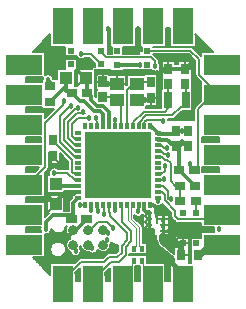
<source format=gtl>
G04 DipTrace 2.4.0.2*
%INSTM32small.gtl*%
%MOMM*%
%ADD10C,0.25*%
%ADD13C,0.203*%
%ADD14C,0.114*%
%ADD15C,0.305*%
%ADD16C,0.3*%
%ADD17C,0.508*%
%ADD19C,0.127*%
%ADD20R,0.57X0.56*%
%ADD21R,0.56X0.57*%
%ADD22R,0.7X0.9*%
%ADD24R,0.6X0.25*%
%ADD25R,1.1X1.0*%
%ADD26R,0.9X0.7*%
%ADD27R,1.0X1.1*%
%ADD28R,1.6X1.7*%
%ADD30R,2.0X1.7*%
%ADD32R,2.032X1.7*%
%ADD33R,1.7X1.6*%
%ADD34R,1.7X2.032*%
%ADD35R,1.7X2.0*%
%ADD36R,0.9X0.75*%
%ADD37R,0.75X0.9*%
%ADD39R,0.4X0.5*%
%ADD45R,0.3X0.55*%
%ADD46R,0.55X0.3*%
%ADD47R,5.6X5.6*%
%ADD48C,0.711*%
%ADD52R,1.2X1.1*%
%ADD53R,0.7X1.4*%
%ADD54C,0.457*%
%FSLAX53Y53*%
G04*
G71*
G90*
G75*
G01*
%LNTop*%
%LPD*%
X21850Y21272D2*
D13*
X22174D1*
X22486Y20960D1*
X22676D1*
X22947Y20689D1*
Y19165D1*
X23313Y18800D1*
X23714D1*
Y17582D1*
X23774Y17522D1*
X15100Y19772D2*
X14827D1*
X14590Y20008D1*
Y20978D1*
X13475Y22094D1*
X12963Y22650D1*
X25074Y17522D2*
Y16513D1*
X25117Y16470D1*
X19225Y17147D2*
D14*
X19335D1*
Y15897D1*
X20039Y15194D1*
Y13671D1*
X19828Y13460D1*
X19725Y17147D2*
X19598D1*
Y16001D1*
X20300Y15299D1*
Y13688D1*
X20528Y13460D1*
X20060Y26041D2*
D15*
X20764D1*
X21035D1*
X21247Y26253D1*
X18360Y27441D2*
X17643D1*
X17343D1*
X17177Y27607D1*
X22756Y28681D2*
X24160D1*
Y28693D1*
X18434Y29063D2*
X20298D1*
X20345Y29015D1*
X15859Y26694D2*
Y27854D1*
X15773Y27940D1*
X17725Y23897D2*
D16*
Y25048D1*
D15*
X17250Y25523D1*
X16685D1*
X16179Y26029D1*
Y26374D1*
X15859Y26694D1*
X21850Y22772D2*
D16*
Y22712D1*
X22244D1*
D15*
X22657D1*
X23131Y22238D1*
X23566D1*
X23366Y22037D1*
Y22128D1*
X23736D1*
X23945Y22337D1*
X24412D1*
Y22133D1*
X17643Y27461D2*
Y27441D1*
X20764Y26077D2*
Y26041D1*
X21358Y14259D2*
Y14785D1*
D10*
X21130Y15013D1*
Y15513D1*
Y16013D1*
Y16513D1*
X20725Y17147D2*
D16*
Y16738D1*
D15*
X20895Y16568D1*
X21075D1*
D10*
X21130Y16513D1*
X23978Y11278D2*
D15*
Y11377D1*
X21096Y14259D1*
X21358D1*
X15100Y18272D2*
D16*
X14036D1*
D15*
X13231Y17466D1*
Y17277D1*
X12963Y21350D2*
X12701Y21613D1*
Y20233D1*
X12369Y19901D1*
Y18139D1*
X13231Y17277D1*
X23900Y22468D2*
X23945Y22337D1*
X14682Y15063D2*
X14915D1*
X15832Y15980D1*
X13231Y17483D2*
X13114Y17599D1*
X12513D1*
X25014Y18800D2*
Y18805D1*
X23661Y20158D1*
Y22229D1*
X23900Y22468D1*
X24160Y28693D2*
X24308D1*
X24617Y29002D1*
X22756Y28681D2*
X22329D1*
X22287Y28640D1*
X18482Y18994D2*
Y20515D1*
X18475Y20522D1*
X15773Y27940D2*
X15652D1*
X15077Y28515D1*
X14682Y15063D2*
Y14905D1*
X14219Y14442D1*
X20984Y30223D2*
D13*
X21236D1*
Y30247D1*
X24622D1*
X25353Y29516D1*
Y28209D1*
X27044Y26518D1*
X26518D1*
X18225Y23897D2*
Y24356D1*
X18245Y24375D1*
X24961Y20158D2*
Y20242D1*
X24589Y20613D1*
X26518Y26518D2*
X25269Y25269D1*
Y20467D1*
X24961Y20158D1*
X18062Y15221D2*
X17576Y15707D1*
X16799D1*
X16228Y15136D1*
X15878D1*
X15952Y15063D1*
X20225Y23897D2*
Y24154D1*
X20826Y24754D1*
X23091D1*
X23780Y25443D1*
X24217D1*
Y26043D1*
Y27335D1*
X24160Y27393D1*
X19725Y23897D2*
Y24160D1*
X20654Y25088D1*
X22434D1*
X22707Y25361D1*
Y25944D1*
X22717Y25954D1*
Y26043D1*
Y27342D1*
X22756Y27381D1*
X16725Y23897D2*
Y24216D1*
X16600Y24341D1*
Y24580D1*
X15100Y22772D2*
X14838D1*
X14593Y23016D1*
Y23999D1*
X15116Y24522D1*
X16009D1*
Y24579D1*
X15100Y22272D2*
X14843D1*
X14260Y22855D1*
Y24179D1*
X15003Y24923D1*
X15656D1*
X15550Y25029D1*
X15100Y21772D2*
X14848D1*
X13921Y22699D1*
Y24358D1*
X14944Y25382D1*
X15081D1*
X15100Y21272D2*
X14830D1*
X13587Y22515D1*
Y24734D1*
X14422Y25569D1*
X14469D1*
X17725Y17147D2*
X17760D1*
Y16561D1*
X17789Y16532D1*
Y16261D1*
X19241Y14809D1*
Y14193D1*
X18785Y13711D1*
Y13134D1*
X18432Y12782D1*
X17762D1*
X17310Y12330D1*
X15337D1*
X14285Y11278D1*
X13818D1*
X18898D2*
D14*
X19693D1*
Y12325D1*
X19828Y12460D1*
X21438Y11278D2*
X20645D1*
Y12343D1*
X20528Y12460D1*
X21850Y18272D2*
D13*
X22194D1*
X22425Y18041D1*
Y17561D1*
X23316Y16670D1*
Y16219D1*
X23584Y15950D1*
X26329D1*
X26201Y15823D1*
X27053D1*
X26518Y16358D1*
X21850Y19272D2*
X22128D1*
X22190Y19334D1*
X22356D1*
X21850Y19772D2*
X22125D1*
X22441Y20088D1*
Y20498D1*
X22478D1*
X21850Y21772D2*
X22160D1*
X22411Y21521D1*
X22755D1*
Y21422D1*
X21850Y22272D2*
X22128D1*
X22406Y21993D1*
X22602D1*
X11278Y18898D2*
Y19355D1*
X12315Y20393D1*
Y24117D1*
X13853Y25655D1*
Y25992D1*
X13925D1*
X15100Y19272D2*
X14842D1*
X14205Y19909D1*
X13097D1*
X15725Y17147D2*
X15254Y17162D1*
X16225Y17147D2*
Y16721D1*
X16197D1*
X16725Y17147D2*
Y16649D1*
X16780D1*
X17225Y17147D2*
X17322D1*
Y16430D1*
X21247Y27553D2*
X20172D1*
X20060Y27441D1*
X19225Y23897D2*
Y24935D1*
X19211Y24950D1*
Y26884D1*
X19768Y27441D1*
X20060D1*
X17177Y26307D2*
X18094D1*
X18360Y26041D1*
X18725Y23897D2*
X18777D1*
Y25624D1*
X18360Y26041D1*
X21850Y17772D2*
Y17528D1*
X15952Y13793D2*
Y13491D1*
X16327D1*
Y13514D1*
X20225Y17147D2*
Y16656D1*
X20200Y16630D1*
X17222Y13793D2*
Y13859D1*
X17550Y14188D1*
X21850Y18772D2*
X22308D1*
X22757Y18323D1*
Y17698D1*
X22937D1*
X14682Y13793D2*
Y13497D1*
X14894Y13285D1*
X20725Y23897D2*
Y24181D1*
X20948Y24404D1*
X22184D1*
X22301Y24287D1*
X17050Y30232D2*
Y30106D1*
X17483Y29672D1*
X21280D1*
X21623Y29330D1*
Y28926D1*
X18725Y17147D2*
X18792D1*
Y15754D1*
X19607Y14940D1*
Y14100D1*
X19132Y13581D1*
Y12934D1*
X18553Y12355D1*
X17894D1*
X16358Y10819D1*
Y11278D1*
X18225Y17147D2*
X18226Y16745D1*
X15100Y18772D2*
D16*
X14673D1*
D15*
X13437D1*
X13231Y18977D1*
X21225Y23897D2*
X21537Y23585D1*
D16*
X21850Y23272D1*
Y23207D1*
X22356D1*
D15*
X23145D1*
X23366Y23428D1*
X24407D1*
X24412Y23433D1*
X15378Y29963D2*
D13*
X16159D1*
X17050Y29072D1*
X12741Y27283D2*
D15*
Y27611D1*
X12563Y27788D1*
X21225Y17147D2*
D16*
X21444D1*
D15*
X21850Y16740D1*
X22052D1*
D10*
X22280Y16513D1*
Y16013D1*
D15*
Y15790D1*
D10*
Y15513D1*
D15*
Y15290D1*
D10*
Y15013D1*
Y14735D1*
D15*
Y14637D1*
X22658Y14259D1*
X15100Y17772D2*
X14692Y17364D1*
Y16140D1*
X14532Y15980D1*
X17222Y15063D2*
Y15190D1*
X17229D1*
X17644Y14775D1*
X23957Y13920D2*
X22997D1*
X22658Y14259D1*
X14532Y15980D2*
X14500Y16289D1*
X12945D1*
X12411Y15755D1*
Y15179D1*
X12357Y15125D1*
X24412Y23433D2*
X23923D1*
X23900Y23456D1*
X23861Y12957D2*
D17*
Y13824D1*
D15*
X23957Y13920D1*
X22280Y15013D2*
D10*
X22733D1*
D15*
X23316D1*
X23488Y14840D1*
Y15367D1*
X17225Y23897D2*
D16*
Y24864D1*
D15*
X16998Y25091D1*
X16477D1*
X15572Y25997D1*
X15256D1*
X14559Y26694D1*
X14073Y27940D2*
Y26791D1*
X14655D1*
X14559Y26694D1*
X14073Y27940D2*
Y27215D1*
X12741Y25883D1*
X26518Y13818D2*
D17*
X26283D1*
X25422Y12957D1*
X25261D1*
D54*
X18062Y15221D3*
X13925Y25992D3*
X22301Y24287D3*
X20345Y29015D3*
X18245Y24375D3*
X16600Y24580D3*
X22602Y21993D3*
X22755Y21422D3*
X22478Y20498D3*
X22356Y19334D3*
X22937Y17698D3*
X17550Y14188D3*
X16327Y13514D3*
X15378Y29963D3*
X21623Y28926D3*
X17643Y27461D3*
X20764Y26077D3*
X12563Y27788D3*
X21850Y17528D3*
X15254Y17162D3*
X16197Y16721D3*
X16780Y16649D3*
X17322Y16430D3*
X14219Y14442D3*
X18226Y16745D3*
X17644Y14775D3*
X20200Y16630D3*
X13097Y19909D3*
X16009Y24579D3*
X15550Y25029D3*
X15081Y25382D3*
X14469Y25569D3*
X24589Y20613D3*
X23900Y22468D3*
Y23456D3*
X12513Y17599D3*
X14894Y13285D3*
X24617Y29002D3*
X22287Y28640D3*
X15077Y28515D3*
X12357Y15125D3*
X10885Y27824D3*
Y25256D3*
Y22688D3*
X10914Y20180D3*
X11062Y15073D3*
X27030Y15132D3*
X26942Y20150D3*
Y22688D3*
X23488Y15367D3*
Y14840D3*
X20158Y11143D3*
X17637Y11101D3*
X15137Y11080D3*
X22720Y11164D3*
X10985Y17627D3*
X25933Y30480D3*
X22690Y31924D3*
X20160Y32111D3*
X17629Y32055D3*
X12137Y30780D3*
X16555Y28529D2*
D19*
X21399D1*
X16555Y28405D2*
X21840D1*
X16555Y28282D2*
X21840D1*
X16541Y27045D2*
X16625D1*
X16541Y26921D2*
X16667D1*
X20893Y25561D2*
X21830D1*
X20893Y25437D2*
X21830D1*
X16544Y28651D2*
Y27219D1*
X16530D1*
Y26410D1*
X16605Y26350D1*
X16606Y26757D1*
X16615Y26820D1*
X16641Y26877D1*
X16685Y26926D1*
X16662Y26904D1*
X16712Y26946D1*
X16721Y26963D1*
X16680Y26992D1*
X16646Y27030D1*
X16622Y27075D1*
X16609Y27124D1*
X16606Y27208D1*
X16607Y28083D1*
X16619Y28132D1*
X16641Y28177D1*
X16674Y28216D1*
X16714Y28247D1*
X16760Y28268D1*
X16810Y28278D1*
X17527D1*
X17577Y28272D1*
X17625Y28255D1*
X17668Y28228D1*
X17685Y28212D1*
X19181D1*
Y27309D1*
X19239Y27369D1*
Y28212D1*
X20677D1*
X20676Y28224D1*
X21817D1*
X21816Y26882D1*
X21817Y26873D1*
Y25582D1*
X20881Y25580D1*
Y25411D1*
X21842D1*
X21854Y28539D1*
X21756Y28496D1*
X21694Y28482D1*
X21631Y28477D1*
X21567Y28480D1*
X21505Y28492D1*
X21445Y28513D1*
X21389Y28542D1*
X21332Y28582D1*
X20508D1*
Y28632D1*
X19822Y28634D1*
X18935Y28639D1*
Y28557D1*
X17933D1*
Y28646D1*
X17727Y28645D1*
X17550Y28646D1*
X17551Y28566D1*
X16549D1*
Y28651D1*
X21247Y26253D2*
Y25582D1*
Y26253D2*
X21817D1*
X17177Y28278D2*
Y27607D1*
X16606D2*
X17177D1*
X18360Y28212D2*
Y27441D1*
X19180D1*
X21615Y29806D2*
X24594D1*
X21738Y29682D2*
X24717D1*
X21863Y29558D2*
X24842D1*
X21941Y29435D2*
X24965D1*
X21959Y29311D2*
X22173D1*
X23340D2*
X23576D1*
X24743D2*
X25017D1*
X22000Y29187D2*
X22173D1*
X23340D2*
X23576D1*
X24743D2*
X25017D1*
X22064Y29064D2*
X22173D1*
X24743D2*
X25017D1*
X22084Y28940D2*
X22173D1*
X24743D2*
X25017D1*
X22076Y28816D2*
X22173D1*
X24743D2*
X25017D1*
X22090Y28693D2*
X22173D1*
X24743D2*
X25017D1*
X22090Y28569D2*
X22173D1*
X24743D2*
X25017D1*
X22090Y28445D2*
X22173D1*
X24743D2*
X25017D1*
X22090Y28322D2*
X22173D1*
X24743D2*
X25017D1*
X22090Y28198D2*
X22173D1*
X24743D2*
X25019D1*
X22090Y28074D2*
X22173D1*
X24743D2*
X25047D1*
X22090Y27951D2*
X22173D1*
X24743D2*
X25142D1*
X22090Y27827D2*
X22173D1*
X24743D2*
X25267D1*
X22090Y27703D2*
X22173D1*
X24743D2*
X25390D1*
X22090Y27580D2*
X22173D1*
X24743D2*
X25485D1*
X22090Y27456D2*
X22173D1*
X24743D2*
X25485D1*
X22090Y27332D2*
X22173D1*
X24743D2*
X25485D1*
X22090Y27209D2*
X22173D1*
X24743D2*
X25485D1*
X22090Y27085D2*
X22173D1*
X24743D2*
X25485D1*
X24800Y26961D2*
X25485D1*
X24800Y26838D2*
X25485D1*
X24800Y26714D2*
X25485D1*
X24800Y26590D2*
X25485D1*
X24800Y26467D2*
X25485D1*
X24800Y26343D2*
X25485D1*
X24800Y26219D2*
X25485D1*
X24800Y26096D2*
X25485D1*
X24800Y25972D2*
X25485D1*
X24800Y25848D2*
X25380D1*
X24800Y25725D2*
X25257D1*
X24800Y25601D2*
X25132D1*
X24800Y25477D2*
X25011D1*
X24800Y25354D2*
X24946D1*
X24800Y25230D2*
X24934D1*
X23911Y25106D2*
X24934D1*
X23788Y24983D2*
X24934D1*
X23665Y24859D2*
X24934D1*
X23540Y24735D2*
X24934D1*
X23417Y24612D2*
X24934D1*
X23286Y24488D2*
X24934D1*
X22756Y24364D2*
X24934D1*
X25497Y25953D2*
Y27589D1*
X25519D1*
X25334Y27772D1*
X25125Y27981D1*
X25085Y28030D1*
X25055Y28086D1*
X25036Y28147D1*
X25030Y28209D1*
Y29382D1*
X24489Y29923D1*
X21955Y29924D1*
X21485D1*
X21851Y29558D1*
X21891Y29509D1*
X21921Y29453D1*
X21939Y29392D1*
X21946Y29330D1*
Y29240D1*
X21985Y29192D1*
X22019Y29138D1*
X22045Y29081D1*
X22063Y29020D1*
X22073Y28926D1*
X22068Y28863D1*
X22059Y28822D1*
X22077Y28786D1*
X22078Y25409D1*
X22148Y25411D1*
X22146Y25821D1*
Y26964D1*
X22185D1*
X22187Y28052D1*
X22185Y28061D1*
Y29352D1*
X23327D1*
Y29120D1*
X23589Y29121D1*
Y29364D1*
X24731D1*
Y26962D1*
X24788Y26964D1*
Y25122D1*
X23914Y25121D1*
X23319Y24526D1*
X23270Y24486D1*
X23214Y24456D1*
X23153Y24437D1*
X23091Y24431D1*
X22728D1*
X22746Y24343D1*
X24945Y24341D1*
X24947Y24975D1*
Y25269D1*
X24953Y25333D1*
X24972Y25393D1*
X25001Y25449D1*
X25041Y25498D1*
X25497Y25954D1*
X24160Y29363D2*
Y28693D1*
X24730D1*
X22756Y29352D2*
Y28681D1*
X22185D2*
X22756D1*
X22210Y17242D2*
X22276D1*
X22047Y17118D2*
X22399D1*
X21609Y16995D2*
X22524D1*
X21609Y16871D2*
X22647D1*
X21664Y16747D2*
X22770D1*
X21664Y16624D2*
X22895D1*
X21676Y16500D2*
X22980D1*
X21690Y16376D2*
X22980D1*
X22813Y16253D2*
X22980D1*
X22813Y16129D2*
X22994D1*
X22813Y16005D2*
X23062D1*
X22813Y15882D2*
X23185D1*
X22813Y15758D2*
X23308D1*
X22813Y15634D2*
X23508D1*
X22813Y15511D2*
X25485D1*
X22813Y15387D2*
X25485D1*
X22813Y15263D2*
X26588D1*
X22813Y15140D2*
X26568D1*
X22813Y15016D2*
X26584D1*
X22813Y14892D2*
X26638D1*
X22813Y14769D2*
X25485D1*
X22039Y14645D2*
X25485D1*
X22041Y14521D2*
X25485D1*
X22041Y14398D2*
X23439D1*
X24476D2*
X25485D1*
X22041Y14274D2*
X23439D1*
X24476D2*
X24624D1*
X22053Y14150D2*
X23439D1*
X24476D2*
X24624D1*
X22097Y14027D2*
X23439D1*
X24476D2*
X24624D1*
X22218Y13903D2*
X23439D1*
X24476D2*
X24624D1*
X22371Y13779D2*
X23439D1*
X24476D2*
X24624D1*
X22524Y13656D2*
X23439D1*
X24476D2*
X24624D1*
X22676Y13532D2*
X23252D1*
X24476D2*
X24624D1*
X22827Y13408D2*
X23252D1*
X24468D2*
X24653D1*
X22980Y13285D2*
X23252D1*
X24468D2*
X24653D1*
X23133Y13161D2*
X23252D1*
X24468D2*
X24653D1*
X24468Y13037D2*
X24653D1*
X24468Y12914D2*
X24653D1*
X24468Y12790D2*
X24653D1*
X24468Y12666D2*
X24653D1*
X24468Y12543D2*
X24653D1*
X24468Y12419D2*
X24653D1*
X22029Y14545D2*
Y14182D1*
X22098Y13989D1*
X22922Y13322D1*
X23266Y13044D1*
X23265Y13628D1*
X23452D1*
X23451Y14421D1*
X24463D1*
Y13419D1*
X24456D1*
X24457Y12331D1*
X24516Y12299D1*
X24667D1*
X24665Y12604D1*
Y13443D1*
X24637Y13444D1*
Y14396D1*
X25497Y14398D1*
Y14889D1*
X26652D1*
X26627Y14933D1*
X26603Y14992D1*
X26588Y15054D1*
X26581Y15117D1*
X26583Y15180D1*
X26594Y15243D1*
X26609Y15286D1*
X25697Y15287D1*
X25497D1*
Y15626D1*
X24805Y15628D1*
X23584D1*
X23521Y15634D1*
X23461Y15653D1*
X23405Y15682D1*
X23356Y15722D1*
X23088Y15991D1*
X23048Y16040D1*
X23018Y16096D1*
X22999Y16157D1*
X22993Y16219D1*
Y16538D1*
X22236Y17294D1*
X22192Y17236D1*
X22148Y17191D1*
X22097Y17152D1*
X22042Y17121D1*
X21983Y17098D1*
X21921Y17084D1*
X21858Y17078D1*
X21795Y17082D1*
X21732Y17094D1*
X21672Y17115D1*
X21595Y17159D1*
X21596Y16858D1*
X21651D1*
Y16531D1*
X21664Y16499D1*
X21759Y15611D1*
Y16358D1*
X22801D1*
Y14667D1*
X22021D1*
X22029Y14609D1*
Y14545D1*
X21225Y17147D2*
X21596D1*
X23957Y14421D2*
Y13920D1*
X23451D2*
X24463D1*
X22280Y15013D2*
Y14667D1*
Y15013D2*
X22801D1*
X22280Y15513D2*
X22801D1*
X22280Y16358D2*
Y16013D1*
X21760D2*
X22801D1*
X23861Y12957D2*
X24457D1*
X17635Y32034D2*
X17814D1*
X19980D2*
X20354D1*
X22520D2*
X22894D1*
X17635Y31911D2*
X17814D1*
X19980D2*
X20354D1*
X22520D2*
X22894D1*
X17635Y31787D2*
X17814D1*
X19980D2*
X20354D1*
X22520D2*
X22894D1*
X17635Y31663D2*
X17814D1*
X19980D2*
X20354D1*
X22520D2*
X22894D1*
X17635Y31540D2*
X17814D1*
X19980D2*
X20354D1*
X22520D2*
X22894D1*
X12551Y31416D2*
X12734D1*
X17635D2*
X17814D1*
X19980D2*
X20354D1*
X22520D2*
X22894D1*
X25060D2*
X25236D1*
X12426Y31292D2*
X12734D1*
X17635D2*
X17814D1*
X19980D2*
X20354D1*
X22520D2*
X22894D1*
X25060D2*
X25361D1*
X12303Y31169D2*
X12734D1*
X17635D2*
X17814D1*
X19980D2*
X20354D1*
X22520D2*
X22894D1*
X25060D2*
X25486D1*
X12180Y31045D2*
X12734D1*
X17635D2*
X17814D1*
X19980D2*
X20354D1*
X22520D2*
X22894D1*
X25060D2*
X25609D1*
X12055Y30921D2*
X12734D1*
X17635D2*
X17814D1*
X19980D2*
X20354D1*
X22520D2*
X22894D1*
X25060D2*
X25734D1*
X11932Y30798D2*
X12734D1*
X17635D2*
X17814D1*
X19980D2*
X20354D1*
X22520D2*
X22894D1*
X25060D2*
X25857D1*
X11809Y30674D2*
X12734D1*
X17635D2*
X17814D1*
X19980D2*
X20354D1*
X22520D2*
X22894D1*
X25060D2*
X25982D1*
X11684Y30550D2*
X14012D1*
X17635D2*
X17945D1*
X18921D2*
X20471D1*
X24743D2*
X26107D1*
X11561Y30427D2*
X14012D1*
X17635D2*
X17945D1*
X18921D2*
X20471D1*
X24910D2*
X26230D1*
X11438Y30303D2*
X14012D1*
X17635D2*
X17945D1*
X18921D2*
X20471D1*
X25035D2*
X26355D1*
X11315Y30179D2*
X14012D1*
X17635D2*
X17945D1*
X18921D2*
X20281D1*
X25158D2*
X26478D1*
X12311Y30056D2*
X14012D1*
X17635D2*
X17945D1*
X18921D2*
X20279D1*
X25281D2*
X25486D1*
X12311Y29932D2*
X14012D1*
X25406D2*
X25486D1*
X12311Y29808D2*
X14012D1*
X12311Y29685D2*
X15014D1*
X12311Y29561D2*
X15165D1*
X15591D2*
X16092D1*
X12311Y29437D2*
X14012D1*
X14988D2*
X16217D1*
X12311Y29314D2*
X14012D1*
X14988D2*
X16340D1*
X12311Y29190D2*
X14012D1*
X14988D2*
X16463D1*
X12311Y29066D2*
X14012D1*
X14988D2*
X16536D1*
X12311Y28943D2*
X14012D1*
X14988D2*
X16536D1*
X12311Y28819D2*
X14012D1*
X14988D2*
X16266D1*
X12311Y28695D2*
X14012D1*
X14988D2*
X16264D1*
X12311Y28572D2*
X13290D1*
X14857D2*
X14990D1*
X12311Y28448D2*
X13290D1*
X14857D2*
X14990D1*
X12311Y28324D2*
X13290D1*
X14857D2*
X14990D1*
X12755Y28201D2*
X13290D1*
X14857D2*
X14990D1*
X12920Y28077D2*
X13290D1*
X14857D2*
X14990D1*
X10744Y27953D2*
X12133D1*
X12994D2*
X13290D1*
X14857D2*
X14990D1*
X10744Y27830D2*
X12057D1*
X14857D2*
X14990D1*
X10744Y27706D2*
X12057D1*
X14857D2*
X14990D1*
X14857Y27582D2*
X14990D1*
X14857Y27459D2*
X14990D1*
X14857Y27335D2*
X14990D1*
X10744Y25356D2*
X12057D1*
X10744Y25233D2*
X12962D1*
X10744Y25109D2*
X12839D1*
X12311Y24985D2*
X12714D1*
X12311Y24862D2*
X12591D1*
X12311Y24738D2*
X12468D1*
X10744Y22883D2*
X11980D1*
X25604D2*
X27051D1*
X10744Y22759D2*
X11980D1*
X25604D2*
X27051D1*
X10744Y22636D2*
X11980D1*
X25604D2*
X27051D1*
X10744Y22512D2*
X11980D1*
X25604D2*
X27051D1*
X13547Y21399D2*
X13700D1*
X13547Y21275D2*
X13825D1*
X13547Y21152D2*
X13948D1*
X13547Y21028D2*
X14071D1*
X13547Y20904D2*
X14196D1*
X13547Y20781D2*
X14256D1*
X12650Y20657D2*
X14256D1*
X12650Y20533D2*
X14256D1*
X12650Y20410D2*
X14256D1*
X10744Y20286D2*
X11740D1*
X12632D2*
X12839D1*
X13353D2*
X14256D1*
X25644D2*
X27051D1*
X10744Y20162D2*
X11617D1*
X12553D2*
X12714D1*
X25644D2*
X27051D1*
X10744Y20039D2*
X11494D1*
X12430D2*
X12655D1*
X25644D2*
X27051D1*
X12311Y19915D2*
X12635D1*
X12311Y19791D2*
X12651D1*
X12311Y19668D2*
X12498D1*
X12311Y19544D2*
X12498D1*
X12311Y19420D2*
X12498D1*
X12311Y19297D2*
X12498D1*
X12311Y19173D2*
X12498D1*
X12311Y19049D2*
X12498D1*
X12311Y18926D2*
X12498D1*
X12311Y18802D2*
X12498D1*
X12311Y18678D2*
X12498D1*
X12311Y18555D2*
X12498D1*
X12311Y18431D2*
X12498D1*
X12311Y18307D2*
X12498D1*
X13964D2*
X14591D1*
X12311Y18184D2*
X14591D1*
X12311Y18060D2*
X14591D1*
X12311Y17936D2*
X12498D1*
X13964D2*
X14591D1*
X10744Y17813D2*
X12498D1*
X13964D2*
X14591D1*
X10744Y17689D2*
X12498D1*
X13964D2*
X14476D1*
X10744Y17565D2*
X12498D1*
X13964D2*
X14365D1*
X10744Y17442D2*
X12498D1*
X13964D2*
X14315D1*
X12311Y17318D2*
X12498D1*
X13964D2*
X14306D1*
X12311Y17194D2*
X12498D1*
X13964D2*
X14306D1*
X12311Y17071D2*
X12498D1*
X13964D2*
X14306D1*
X12311Y16947D2*
X12498D1*
X13964D2*
X14306D1*
X12311Y16823D2*
X12498D1*
X13964D2*
X14306D1*
X12311Y16700D2*
X12498D1*
X13964D2*
X14306D1*
X12311Y16576D2*
X12498D1*
X12311Y16452D2*
X12567D1*
X12311Y16329D2*
X12444D1*
X19881Y16205D2*
X20044D1*
X20358D2*
X20596D1*
X19913Y16081D2*
X20596D1*
X20036Y15958D2*
X20596D1*
X20161Y15834D2*
X20596D1*
X20284Y15710D2*
X20596D1*
X20407Y15587D2*
X20596D1*
X20528Y15463D2*
X20596D1*
X10744Y15216D2*
X11904D1*
X10744Y15092D2*
X11897D1*
X20584D2*
X21513D1*
X10744Y14968D2*
X11924D1*
X12791D2*
X12926D1*
X13896D2*
X14061D1*
X20584D2*
X21527D1*
X12722Y14845D2*
X13099D1*
X13726D2*
X14095D1*
X20584D2*
X21541D1*
X12567Y14721D2*
X14161D1*
X20584D2*
X21553D1*
X12311Y14597D2*
X14268D1*
X20584D2*
X21570D1*
X12311Y14474D2*
X14381D1*
X20584D2*
X21614D1*
X12311Y14350D2*
X14381D1*
X20584D2*
X21658D1*
X12311Y14226D2*
X14236D1*
X20584D2*
X21701D1*
X12311Y14103D2*
X14139D1*
X20584D2*
X21745D1*
X12311Y13979D2*
X13042D1*
X13781D2*
X14085D1*
X20584D2*
X21787D1*
X12311Y13855D2*
X12897D1*
X13926D2*
X14060D1*
X17865D2*
X18129D1*
X20955D2*
X21832D1*
X12311Y13732D2*
X12809D1*
X17843D2*
X18451D1*
X20955D2*
X21953D1*
X12311Y13608D2*
X12758D1*
X15280D2*
X15353D1*
X17820D2*
X18451D1*
X20955D2*
X22106D1*
X12311Y13484D2*
X12732D1*
X15309D2*
X15407D1*
X17766D2*
X18451D1*
X20955D2*
X22259D1*
X12311Y13361D2*
X12730D1*
X14093D2*
X14234D1*
X15349D2*
X15504D1*
X17669D2*
X18451D1*
X20955D2*
X22412D1*
X12311Y13237D2*
X12752D1*
X14071D2*
X14411D1*
X15353D2*
X15681D1*
X16692D2*
X16951D1*
X17492D2*
X18419D1*
X20955D2*
X22563D1*
X12311Y13113D2*
X12799D1*
X14025D2*
X14466D1*
X15321D2*
X16109D1*
X16544D2*
X18296D1*
X20955D2*
X22715D1*
X12311Y12990D2*
X12879D1*
X13944D2*
X14542D1*
X15244D2*
X17502D1*
X19467D2*
X22868D1*
X12311Y12866D2*
X13010D1*
X13813D2*
X14720D1*
X15067D2*
X17377D1*
X20955D2*
X23021D1*
X11269Y12742D2*
X13365D1*
X13458D2*
X17254D1*
X20955D2*
X23174D1*
X11392Y12619D2*
X15181D1*
X20955D2*
X23253D1*
X11515Y12495D2*
X15034D1*
X20955D2*
X23253D1*
X11640Y12371D2*
X14911D1*
X20955D2*
X23253D1*
X11763Y12248D2*
X12734D1*
X22515D2*
X22894D1*
X11886Y12124D2*
X12734D1*
X22515D2*
X22894D1*
X12011Y12000D2*
X12734D1*
X22515D2*
X22894D1*
X12134Y11877D2*
X12734D1*
X19977D2*
X20362D1*
X22515D2*
X22894D1*
X12257Y11753D2*
X12734D1*
X19977D2*
X20362D1*
X22515D2*
X22894D1*
X12380Y11629D2*
X12734D1*
X15105D2*
X15274D1*
X17637D2*
X17822D1*
X19977D2*
X20362D1*
X22515D2*
X22894D1*
X12505Y11506D2*
X12734D1*
X14982D2*
X15274D1*
X17514D2*
X17822D1*
X19977D2*
X20362D1*
X22515D2*
X22894D1*
X12628Y11382D2*
X12734D1*
X14900D2*
X15274D1*
X17440D2*
X17822D1*
X19977D2*
X20362D1*
X22515D2*
X22894D1*
X14900Y11258D2*
X15274D1*
X17440D2*
X17822D1*
X19975D2*
X20362D1*
X22515D2*
X22894D1*
X14900Y11135D2*
X15274D1*
X17440D2*
X17822D1*
X19975D2*
X20362D1*
X22515D2*
X22894D1*
X14900Y11011D2*
X15274D1*
X17440D2*
X17822D1*
X19975D2*
X20362D1*
X22515D2*
X22894D1*
X14900Y10887D2*
X15274D1*
X17440D2*
X17822D1*
X19975D2*
X20362D1*
X22515D2*
X22894D1*
X14900Y10764D2*
X15274D1*
X17440D2*
X17822D1*
X19975D2*
X20362D1*
X22515D2*
X22894D1*
X11251Y30129D2*
X12299D1*
Y28151D1*
X12358Y28188D1*
X12416Y28213D1*
X12477Y28230D1*
X12540Y28237D1*
X12604Y28236D1*
X12666Y28226D1*
X12727Y28207D1*
X12784Y28180D1*
X12837Y28145D1*
X12885Y28103D1*
X12926Y28055D1*
X12960Y28001D1*
X12986Y27943D1*
X13003Y27880D1*
X13302Y27879D1*
Y28661D1*
X14026D1*
X14024Y29163D1*
Y29552D1*
X14975D1*
Y28591D1*
X14842D1*
X14844Y27327D1*
Y27266D1*
X15001Y27265D1*
X15002Y28311D1*
Y28661D1*
X16278D1*
Y28827D1*
X16309Y28881D1*
X16341Y28890D1*
X16550D1*
X16549Y29116D1*
X16026Y29639D1*
X15692Y29640D1*
X15626Y29587D1*
X15570Y29556D1*
X15511Y29533D1*
X15449Y29519D1*
X15386Y29513D1*
X15323Y29517D1*
X15260Y29529D1*
X15201Y29550D1*
X15144Y29579D1*
X15093Y29616D1*
X15047Y29660D1*
X15007Y29709D1*
X14975Y29760D1*
Y29751D1*
X14024D1*
Y30579D1*
X13746Y30577D1*
X12747D1*
Y31624D1*
X11252Y30130D1*
X12162Y27987D2*
X10732Y27985D1*
Y27590D1*
X11245Y27589D1*
X12069D1*
X12070Y27879D1*
X12123D1*
X12147Y27959D1*
X12161Y27986D1*
X12071Y25447D2*
X10732Y25445D1*
Y25050D1*
X11245Y25049D1*
X12299D1*
Y24559D1*
X13029Y25287D1*
X12070D1*
Y25448D1*
X11991Y22907D2*
X10732Y22905D1*
Y22510D1*
X11229Y22509D1*
X11993D1*
Y22907D1*
X25632Y20367D2*
Y19970D1*
X26513Y19969D1*
X27065Y19971D1*
Y20366D1*
X26551Y20367D1*
X25632D1*
X12573Y19748D2*
X12679D1*
X12654Y19830D1*
X12647Y19893D1*
X12650Y19957D1*
X12661Y20019D1*
X12681Y20079D1*
X12709Y20136D1*
X12745Y20189D1*
X12788Y20235D1*
X12837Y20276D1*
X12891Y20309D1*
X12949Y20334D1*
X13011Y20350D1*
X13074Y20358D1*
X13137Y20357D1*
X13200Y20346D1*
X13260Y20328D1*
X13318Y20300D1*
X13371Y20265D1*
X13411Y20230D1*
X13668Y20231D1*
X14209D1*
X14268Y20262D1*
Y20844D1*
X13534Y21577D1*
Y20679D1*
X12637D1*
X12638Y20393D1*
X12632Y20330D1*
X12613Y20269D1*
X12583Y20213D1*
X12543Y20165D1*
X12298Y19919D1*
X12299Y19397D1*
Y17827D1*
X10732Y17825D1*
Y17430D1*
X11245Y17429D1*
X12299D1*
Y16169D1*
X12634Y16506D1*
X12510D1*
Y18048D1*
X13952D1*
Y16662D1*
X14320D1*
X14319Y17220D1*
Y17364D1*
X14324Y17427D1*
X14340Y17488D1*
X14366Y17546D1*
X14408Y17606D1*
X14603Y17803D1*
X14606Y18143D1*
X14604Y18167D1*
Y18399D1*
X13952Y18398D1*
Y18206D1*
X12510D1*
Y19748D1*
X12573D1*
X14175Y15409D2*
X14080D1*
X14070Y15317D1*
X14035Y15196D1*
X13977Y15083D1*
X13899Y14983D1*
X13803Y14899D1*
X13694Y14835D1*
X13574Y14793D1*
X13449Y14774D1*
X13322Y14779D1*
X13199Y14808D1*
X13083Y14859D1*
X12979Y14932D1*
X12890Y15022D1*
X12820Y15128D1*
X12806Y15156D1*
X12802Y15062D1*
X12789Y15000D1*
X12767Y14940D1*
X12737Y14884D1*
X12699Y14833D1*
X12655Y14788D1*
X12604Y14750D1*
X12549Y14719D1*
X12490Y14696D1*
X12428Y14681D1*
X12365Y14676D1*
X12300Y14679D1*
X12299Y12747D1*
X11252D1*
X12746Y11252D1*
X12747Y12299D1*
X14850D1*
X15109Y12558D1*
X15158Y12598D1*
X15214Y12628D1*
X15275Y12646D1*
X15337Y12653D1*
X17177D1*
X17534Y13010D1*
X17583Y13050D1*
X17639Y13080D1*
X17699Y13098D1*
X17762Y13104D1*
X18300D1*
X18464Y13269D1*
X18463Y13706D1*
X18465Y13758D1*
X18340Y13774D1*
X18220Y13815D1*
X18109Y13877D1*
X18012Y13959D1*
X17964Y14014D1*
X17930Y13947D1*
X17892Y13896D1*
X17834Y13840D1*
Y13765D1*
X17829Y13705D1*
X17811Y13623D1*
X17788Y13557D1*
X17763Y13502D1*
X17717Y13432D1*
X17673Y13377D1*
X17631Y13335D1*
X17564Y13284D1*
X17504Y13248D1*
X17450Y13222D1*
X17369Y13197D1*
X17301Y13184D1*
X17241Y13179D1*
X17157Y13183D1*
X17088Y13194D1*
X17030Y13209D1*
X16952Y13242D1*
X16891Y13276D1*
X16842Y13310D1*
X16780Y13367D1*
X16758Y13388D1*
X16736Y13329D1*
X16706Y13273D1*
X16669Y13222D1*
X16624Y13177D1*
X16574Y13138D1*
X16518Y13107D1*
X16459Y13084D1*
X16397Y13070D1*
X16334Y13064D1*
X16271Y13068D1*
X16209Y13080D1*
X16149Y13101D1*
X16092Y13130D1*
X16039Y13168D1*
X15952Y13169D1*
X15885Y13176D1*
X15760Y13209D1*
X15682Y13242D1*
X15621Y13276D1*
X15572Y13310D1*
X15510Y13367D1*
X15464Y13420D1*
X15430Y13469D1*
X15391Y13544D1*
X15366Y13609D1*
X15350Y13671D1*
X15285Y13675D1*
X15252Y13565D1*
X15256Y13551D1*
X15290Y13498D1*
X15316Y13440D1*
X15333Y13379D1*
X15343Y13285D1*
X15339Y13222D1*
X15325Y13160D1*
X15304Y13100D1*
X15273Y13044D1*
X15236Y12993D1*
X15191Y12948D1*
X15141Y12910D1*
X15086Y12879D1*
X15026Y12856D1*
X14965Y12841D1*
X14901Y12836D1*
X14838Y12839D1*
X14776Y12851D1*
X14716Y12872D1*
X14660Y12901D1*
X14608Y12938D1*
X14562Y12982D1*
X14522Y13032D1*
X14490Y13086D1*
X14466Y13145D1*
X14449Y13224D1*
X14352Y13275D1*
X14267Y13340D1*
X14195Y13419D1*
X14137Y13509D1*
X14096Y13608D1*
X14073Y13712D1*
X14069Y13819D1*
X14082Y13925D1*
X14115Y14027D1*
X14140Y14083D1*
X14186Y14154D1*
X14230Y14208D1*
X14272Y14250D1*
X14339Y14301D1*
X14395Y14336D1*
X14394Y14522D1*
X14369Y14533D1*
X14282Y14596D1*
X14207Y14672D1*
X14146Y14761D1*
X14102Y14858D1*
X14075Y14962D1*
X14067Y15069D1*
X14077Y15175D1*
X14106Y15279D1*
X14152Y15375D1*
X14176Y15409D1*
X22920Y12299D2*
X23265D1*
Y12677D1*
X21904Y13781D1*
X21861Y13828D1*
X21835Y13880D1*
X21585Y14591D1*
X21574Y14642D1*
X21518Y15168D1*
X21461Y15167D1*
X20609D1*
Y16446D1*
X20580Y16390D1*
X20542Y16339D1*
X20498Y16293D1*
X20447Y16255D1*
X20392Y16224D1*
X20333Y16201D1*
X20271Y16187D1*
X20208Y16181D1*
X20144Y16184D1*
X20082Y16197D1*
X20022Y16218D1*
X19966Y16247D1*
X19914Y16283D1*
X19870Y16326D1*
X19869Y16113D1*
X20492Y15490D1*
X20531Y15441D1*
X20557Y15383D1*
X20570Y15324D1*
X20571Y14473D1*
Y13924D1*
X20942D1*
Y12996D1*
X20114Y12998D1*
X19988Y12996D1*
X19454D1*
X19455Y12930D1*
X19478Y12924D1*
X20242Y12922D1*
X20368Y12924D1*
X20942D1*
Y12291D1*
X21771Y12292D1*
X22502D1*
Y10730D1*
X22765Y10732D1*
X22906D1*
X22907Y12299D1*
X22920D1*
X25049Y31617D2*
Y30577D1*
X22907D1*
Y32145D1*
X22510D1*
X22509Y31631D1*
Y30577D1*
X21483D1*
X21490Y30569D1*
X24622D1*
X24685Y30563D1*
X24746Y30544D1*
X24802Y30515D1*
X24850Y30475D1*
X25497Y29829D1*
Y30129D1*
X26543D1*
X25048Y31616D1*
X20483Y30577D2*
X20367D1*
Y32145D1*
X19970Y32146D1*
X19969Y31631D1*
Y30577D1*
X18909Y30576D1*
Y29995D1*
X20291D1*
X20294Y30199D1*
X20325Y30252D1*
X20363Y30261D1*
X20484Y30250D1*
X20483Y30576D1*
X17959Y30577D2*
X17827D1*
Y32145D1*
X17622Y32146D1*
X17623Y29993D1*
X17957Y29995D1*
X17958Y30578D1*
X25590Y22509D2*
X27065Y22511D1*
Y22906D1*
X26551Y22907D1*
X25592D1*
Y22509D1*
X14889Y11428D2*
X14891Y10732D1*
X15286D1*
X15287Y11245D1*
Y11823D1*
X14888Y11424D1*
X14079Y13348D2*
X14055Y13224D1*
X14008Y13106D1*
X13940Y12999D1*
X13853Y12907D1*
X13750Y12833D1*
X13635Y12779D1*
X13512Y12749D1*
X13385Y12742D1*
X13260Y12758D1*
X13140Y12799D1*
X13029Y12861D1*
X12932Y12943D1*
X12852Y13041D1*
X12793Y13153D1*
X12755Y13274D1*
X12741Y13400D1*
X12751Y13527D1*
X12785Y13649D1*
X12840Y13763D1*
X12917Y13864D1*
X13011Y13949D1*
X13119Y14015D1*
X13238Y14059D1*
X13363Y14080D1*
X13490Y14078D1*
X13614Y14051D1*
X13731Y14001D1*
X13836Y13931D1*
X13926Y13842D1*
X13998Y13737D1*
X14049Y13621D1*
X14077Y13497D1*
X14082Y13412D1*
X14079Y13348D1*
X20374Y10731D2*
Y11997D1*
X20114Y11998D1*
X19988Y11996D1*
X19962D1*
X19963Y11436D1*
X19962Y10984D1*
Y10732D1*
X20374D1*
X20376Y11238D1*
X20374Y11469D1*
Y11998D1*
X17834Y10731D2*
Y11838D1*
X17428Y11432D1*
X17429Y10965D1*
X17431Y10732D1*
X17834D1*
X17836Y11238D1*
X11833Y20367D2*
X10732Y20365D1*
Y19970D1*
X11245Y19969D1*
X11438D1*
X11679Y20212D1*
X11834Y20368D1*
X10731Y14889D2*
X11974D1*
X11930Y14985D1*
X11915Y15047D1*
X11908Y15110D1*
X11910Y15173D1*
X11921Y15236D1*
X11938Y15286D1*
X10729Y15287D1*
X10732Y15158D1*
Y14890D1*
X11245Y14889D1*
Y14887D1*
X15002Y28661D2*
X15773Y27940D1*
X15002Y27219D1*
X12510Y18048D2*
X13231Y17277D1*
X13952Y18048D2*
X12510Y16507D1*
X22907Y12299D2*
X23978Y11278D1*
X12963Y21350D2*
X13534Y20680D1*
X14682Y15063D2*
X14248Y14629D1*
X15100Y18272D2*
X14605Y17901D1*
X21130Y16513D2*
X20610Y16167D1*
Y16358D2*
X21130Y16013D1*
X20610Y15667D1*
Y15858D2*
X21130Y15513D1*
X20610Y15167D1*
D20*
X25117Y16470D3*
X23957D3*
Y13920D3*
X25117D3*
D21*
X18434Y30223D3*
Y29063D3*
X20984D3*
Y30223D3*
X17050Y29072D3*
Y30232D3*
X14500D3*
Y29072D3*
D22*
X23366Y23428D3*
Y22128D3*
D24*
X22280Y15013D3*
Y15513D3*
Y16013D3*
Y16513D3*
X21130D3*
Y16013D3*
Y15513D3*
Y15013D3*
D22*
X24160Y27393D3*
Y28693D3*
X22756Y27381D3*
Y28681D3*
X24412Y23433D3*
Y22133D3*
X21247Y27553D3*
Y26253D3*
G36*
X23108Y14609D2*
Y13909D1*
X22208D1*
Y14609D1*
X23108D1*
G37*
G36*
X21808D2*
Y13909D1*
X20908D1*
Y14609D1*
X21808D1*
G37*
G36*
X16827Y26757D2*
X17527D1*
Y25857D1*
X16827D1*
Y26757D1*
G37*
G36*
Y28057D2*
X17527D1*
Y27157D1*
X16827D1*
Y28057D1*
G37*
G36*
X24511Y19808D2*
Y20508D1*
X25411D1*
Y19808D1*
X24511D1*
G37*
G36*
X23211D2*
Y20508D1*
X24111D1*
Y19808D1*
X23211D1*
G37*
D25*
X14073Y27940D3*
X15773D3*
D26*
X14559Y26694D3*
X15859D3*
G36*
X14982Y16330D2*
Y15630D1*
X14082D1*
Y16330D1*
X14982D1*
G37*
G36*
X16282D2*
Y15630D1*
X15382D1*
Y16330D1*
X16282D1*
G37*
D27*
X13231Y18977D3*
Y17277D3*
D28*
X11278Y21438D3*
D30*
X10008D3*
D28*
X11278Y29058D3*
Y26518D3*
Y23978D3*
D32*
X10008Y29058D3*
Y26518D3*
Y23978D3*
D33*
X23978Y31598D3*
X21438D3*
X18898D3*
X16358D3*
D34*
X23978Y32868D3*
X21438D3*
X18898D3*
X16358D3*
D28*
X26518Y16358D3*
Y18898D3*
Y21438D3*
Y23978D3*
D32*
X27788Y16358D3*
Y18898D3*
Y21438D3*
Y23978D3*
D28*
X26518Y29058D3*
D30*
X27788D3*
D33*
X23978Y11278D3*
D35*
Y10008D3*
D28*
X26518Y13818D3*
D30*
X27788D3*
D33*
X13818Y11278D3*
D35*
Y10008D3*
D28*
X11278Y13818D3*
Y16358D3*
Y18898D3*
D32*
X10008D3*
Y16358D3*
Y13818D3*
D33*
X13818Y31598D3*
D35*
Y32868D3*
D36*
X12741Y27283D3*
Y25883D3*
D37*
X25261Y12957D3*
X23861D3*
D26*
X23714Y18800D3*
X25014D3*
D22*
X12963Y22650D3*
Y21350D3*
D26*
X25074Y17522D3*
X23774D3*
D39*
X20528Y13460D3*
X19828D3*
Y12460D3*
X20528D3*
D28*
X26518Y26518D3*
D30*
X27788D3*
G36*
X16828Y13793D2*
X16834Y13724D1*
X16852Y13658D1*
X16881Y13596D1*
X16920Y13540D1*
X16969Y13491D1*
X17025Y13452D1*
X17087Y13423D1*
X17153Y13405D1*
X17222Y13399D1*
D1*
X17290Y13405D1*
X17356Y13423D1*
X17418Y13452D1*
X17475Y13491D1*
X17523Y13540D1*
X17563Y13596D1*
X17592Y13658D1*
X17609Y13724D1*
X17615Y13793D1*
D1*
X17609Y13861D1*
X17592Y13927D1*
X17563Y13989D1*
X17523Y14046D1*
X17475Y14094D1*
X17418Y14134D1*
X17356Y14163D1*
X17290Y14180D1*
X17222Y14186D1*
D1*
X17153Y14180D1*
X17087Y14163D1*
X17025Y14134D1*
X16969Y14094D1*
X16920Y14046D1*
X16881Y13989D1*
X16852Y13927D1*
X16834Y13861D1*
X16828Y13793D1*
G37*
G36*
X15558D2*
X15564Y13724D1*
X15582Y13658D1*
X15611Y13596D1*
X15650Y13540D1*
X15699Y13491D1*
X15755Y13452D1*
X15817Y13423D1*
X15883Y13405D1*
X15952Y13399D1*
D1*
X16020Y13405D1*
X16086Y13423D1*
X16148Y13452D1*
X16205Y13491D1*
X16253Y13540D1*
X16293Y13596D1*
X16322Y13658D1*
X16339Y13724D1*
X16345Y13793D1*
D1*
X16339Y13861D1*
X16322Y13927D1*
X16293Y13989D1*
X16253Y14046D1*
X16205Y14094D1*
X16148Y14134D1*
X16086Y14163D1*
X16020Y14180D1*
X15952Y14186D1*
D1*
X15883Y14180D1*
X15817Y14163D1*
X15755Y14134D1*
X15699Y14094D1*
X15650Y14046D1*
X15611Y13989D1*
X15582Y13927D1*
X15564Y13861D1*
X15558Y13793D1*
G37*
G36*
X14288D2*
X14294Y13724D1*
X14312Y13658D1*
X14341Y13596D1*
X14380Y13540D1*
X14429Y13491D1*
X14485Y13452D1*
X14547Y13423D1*
X14613Y13405D1*
X14682Y13399D1*
D1*
X14750Y13405D1*
X14816Y13423D1*
X14878Y13452D1*
X14935Y13491D1*
X14983Y13540D1*
X15023Y13596D1*
X15052Y13658D1*
X15069Y13724D1*
X15075Y13793D1*
D1*
X15069Y13861D1*
X15052Y13927D1*
X15023Y13989D1*
X14983Y14046D1*
X14935Y14094D1*
X14878Y14134D1*
X14816Y14163D1*
X14750Y14180D1*
X14682Y14186D1*
D1*
X14613Y14180D1*
X14547Y14163D1*
X14485Y14134D1*
X14429Y14094D1*
X14380Y14046D1*
X14341Y13989D1*
X14312Y13927D1*
X14294Y13861D1*
X14288Y13793D1*
G37*
G36*
Y15063D2*
X14294Y14994D1*
X14312Y14928D1*
X14341Y14866D1*
X14380Y14810D1*
X14429Y14761D1*
X14485Y14722D1*
X14547Y14693D1*
X14613Y14675D1*
X14682Y14669D1*
D1*
X14750Y14675D1*
X14816Y14693D1*
X14878Y14722D1*
X14935Y14761D1*
X14983Y14810D1*
X15023Y14866D1*
X15052Y14928D1*
X15069Y14994D1*
X15075Y15063D1*
D1*
X15069Y15131D1*
X15052Y15197D1*
X15023Y15259D1*
X14983Y15316D1*
X14935Y15364D1*
X14878Y15404D1*
X14816Y15433D1*
X14750Y15450D1*
X14682Y15456D1*
D1*
X14613Y15450D1*
X14547Y15433D1*
X14485Y15404D1*
X14429Y15364D1*
X14380Y15316D1*
X14341Y15259D1*
X14312Y15197D1*
X14294Y15131D1*
X14288Y15063D1*
G37*
G36*
X15558D2*
X15564Y14994D1*
X15582Y14928D1*
X15611Y14866D1*
X15650Y14810D1*
X15699Y14761D1*
X15755Y14722D1*
X15817Y14693D1*
X15883Y14675D1*
X15952Y14669D1*
D1*
X16020Y14675D1*
X16086Y14693D1*
X16148Y14722D1*
X16205Y14761D1*
X16253Y14810D1*
X16293Y14866D1*
X16322Y14928D1*
X16339Y14994D1*
X16345Y15063D1*
D1*
X16339Y15131D1*
X16322Y15197D1*
X16293Y15259D1*
X16253Y15316D1*
X16205Y15364D1*
X16148Y15404D1*
X16086Y15433D1*
X16020Y15450D1*
X15952Y15456D1*
D1*
X15883Y15450D1*
X15817Y15433D1*
X15755Y15404D1*
X15699Y15364D1*
X15650Y15316D1*
X15611Y15259D1*
X15582Y15197D1*
X15564Y15131D1*
X15558Y15063D1*
G37*
G36*
X16828D2*
X16834Y14994D1*
X16852Y14928D1*
X16881Y14866D1*
X16920Y14810D1*
X16969Y14761D1*
X17025Y14722D1*
X17087Y14693D1*
X17153Y14675D1*
X17222Y14669D1*
D1*
X17290Y14675D1*
X17356Y14693D1*
X17418Y14722D1*
X17475Y14761D1*
X17523Y14810D1*
X17563Y14866D1*
X17592Y14928D1*
X17609Y14994D1*
X17615Y15063D1*
D1*
X17609Y15131D1*
X17592Y15197D1*
X17563Y15259D1*
X17523Y15316D1*
X17475Y15364D1*
X17418Y15404D1*
X17356Y15433D1*
X17290Y15450D1*
X17222Y15456D1*
D1*
X17153Y15450D1*
X17087Y15433D1*
X17025Y15404D1*
X16969Y15364D1*
X16920Y15316D1*
X16881Y15259D1*
X16852Y15197D1*
X16834Y15131D1*
X16828Y15063D1*
G37*
D45*
X21225Y23897D3*
X20725D3*
X20225D3*
X19725D3*
X19225D3*
X18725D3*
X18225D3*
X17725D3*
X17225D3*
X16725D3*
X16225D3*
X15725D3*
D46*
X15100Y23272D3*
Y22772D3*
Y22272D3*
Y21772D3*
Y21272D3*
Y20772D3*
Y20272D3*
Y19772D3*
Y19272D3*
Y18772D3*
Y18272D3*
Y17772D3*
D45*
X15725Y17147D3*
X16225D3*
X16725D3*
X17225D3*
X17725D3*
X18225D3*
X18725D3*
X19225D3*
X19725D3*
X20225D3*
X20725D3*
X21225D3*
D46*
X21850Y17772D3*
Y18272D3*
Y18772D3*
Y19272D3*
Y19772D3*
Y20272D3*
Y20772D3*
Y21272D3*
Y21772D3*
Y22272D3*
Y22772D3*
Y23272D3*
D47*
X18475Y20522D3*
D48*
X19248Y22804D3*
Y22042D3*
Y21280D3*
Y20518D3*
Y19756D3*
Y18994D3*
X18482Y22804D3*
Y22042D3*
Y21280D3*
Y20518D3*
Y19756D3*
Y18994D3*
X20012Y22801D3*
Y22039D3*
Y21277D3*
Y20515D3*
Y19753D3*
Y18991D3*
X17715Y22804D3*
Y22042D3*
Y21280D3*
Y20518D3*
Y19756D3*
Y18994D3*
X16948Y22804D3*
Y22042D3*
Y21280D3*
Y20518D3*
Y19756D3*
Y18994D3*
X20778Y22808D3*
Y22046D3*
Y21284D3*
Y20522D3*
Y19760D3*
Y18998D3*
X19252Y18231D3*
X18485D3*
X20015Y18228D3*
X17718Y18231D3*
X16952D3*
X20782Y18234D3*
X16182Y22804D3*
Y22042D3*
Y21280D3*
Y20518D3*
Y19756D3*
Y18994D3*
X16185Y18231D3*
D33*
X21438Y11278D3*
X18898D3*
X16358D3*
D34*
Y10008D3*
X18898D3*
X21438D3*
D52*
X20060Y27441D3*
X18360D3*
Y26041D3*
X20060D3*
D53*
X24217Y26043D3*
X22717D3*
M02*

</source>
